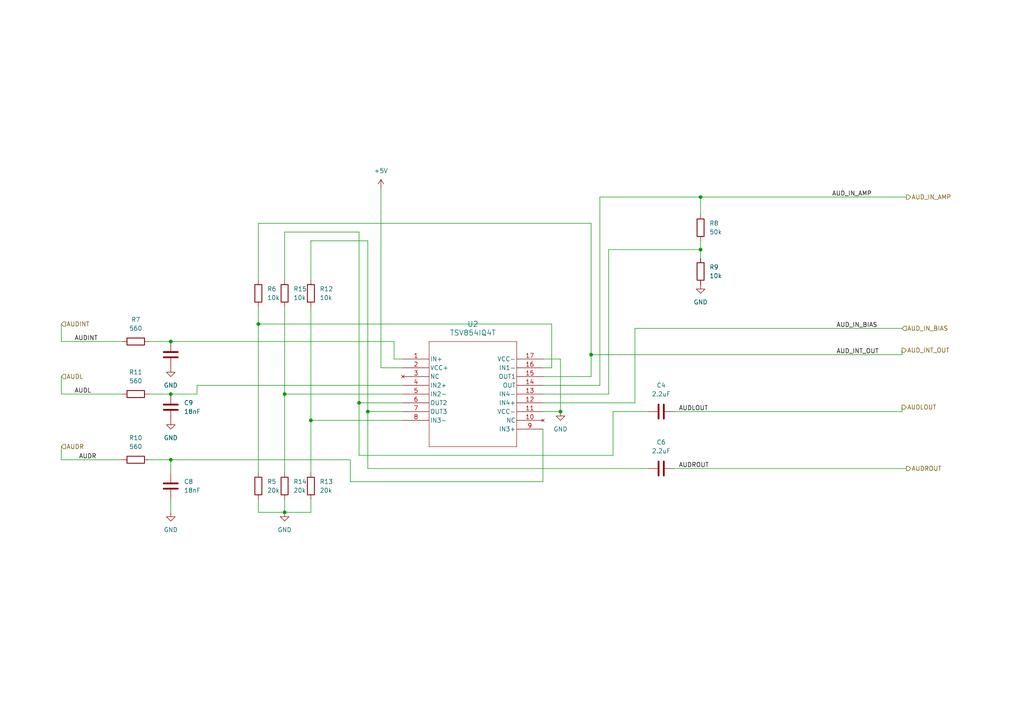
<source format=kicad_sch>
(kicad_sch
	(version 20250114)
	(generator "eeschema")
	(generator_version "9.0")
	(uuid "0d9d09b5-90ba-4c19-8042-ba33067acef6")
	(paper "A4")
	(lib_symbols
		(symbol "Device:C"
			(pin_numbers
				(hide yes)
			)
			(pin_names
				(offset 0.254)
			)
			(exclude_from_sim no)
			(in_bom yes)
			(on_board yes)
			(property "Reference" "C"
				(at 0.635 2.54 0)
				(effects
					(font
						(size 1.27 1.27)
					)
					(justify left)
				)
			)
			(property "Value" "C"
				(at 0.635 -2.54 0)
				(effects
					(font
						(size 1.27 1.27)
					)
					(justify left)
				)
			)
			(property "Footprint" ""
				(at 0.9652 -3.81 0)
				(effects
					(font
						(size 1.27 1.27)
					)
					(hide yes)
				)
			)
			(property "Datasheet" "~"
				(at 0 0 0)
				(effects
					(font
						(size 1.27 1.27)
					)
					(hide yes)
				)
			)
			(property "Description" "Unpolarized capacitor"
				(at 0 0 0)
				(effects
					(font
						(size 1.27 1.27)
					)
					(hide yes)
				)
			)
			(property "ki_keywords" "cap capacitor"
				(at 0 0 0)
				(effects
					(font
						(size 1.27 1.27)
					)
					(hide yes)
				)
			)
			(property "ki_fp_filters" "C_*"
				(at 0 0 0)
				(effects
					(font
						(size 1.27 1.27)
					)
					(hide yes)
				)
			)
			(symbol "C_0_1"
				(polyline
					(pts
						(xy -2.032 0.762) (xy 2.032 0.762)
					)
					(stroke
						(width 0.508)
						(type default)
					)
					(fill
						(type none)
					)
				)
				(polyline
					(pts
						(xy -2.032 -0.762) (xy 2.032 -0.762)
					)
					(stroke
						(width 0.508)
						(type default)
					)
					(fill
						(type none)
					)
				)
			)
			(symbol "C_1_1"
				(pin passive line
					(at 0 3.81 270)
					(length 2.794)
					(name "~"
						(effects
							(font
								(size 1.27 1.27)
							)
						)
					)
					(number "1"
						(effects
							(font
								(size 1.27 1.27)
							)
						)
					)
				)
				(pin passive line
					(at 0 -3.81 90)
					(length 2.794)
					(name "~"
						(effects
							(font
								(size 1.27 1.27)
							)
						)
					)
					(number "2"
						(effects
							(font
								(size 1.27 1.27)
							)
						)
					)
				)
			)
			(embedded_fonts no)
		)
		(symbol "Device:R"
			(pin_numbers
				(hide yes)
			)
			(pin_names
				(offset 0)
			)
			(exclude_from_sim no)
			(in_bom yes)
			(on_board yes)
			(property "Reference" "R"
				(at 2.032 0 90)
				(effects
					(font
						(size 1.27 1.27)
					)
				)
			)
			(property "Value" "R"
				(at 0 0 90)
				(effects
					(font
						(size 1.27 1.27)
					)
				)
			)
			(property "Footprint" ""
				(at -1.778 0 90)
				(effects
					(font
						(size 1.27 1.27)
					)
					(hide yes)
				)
			)
			(property "Datasheet" "~"
				(at 0 0 0)
				(effects
					(font
						(size 1.27 1.27)
					)
					(hide yes)
				)
			)
			(property "Description" "Resistor"
				(at 0 0 0)
				(effects
					(font
						(size 1.27 1.27)
					)
					(hide yes)
				)
			)
			(property "ki_keywords" "R res resistor"
				(at 0 0 0)
				(effects
					(font
						(size 1.27 1.27)
					)
					(hide yes)
				)
			)
			(property "ki_fp_filters" "R_*"
				(at 0 0 0)
				(effects
					(font
						(size 1.27 1.27)
					)
					(hide yes)
				)
			)
			(symbol "R_0_1"
				(rectangle
					(start -1.016 -2.54)
					(end 1.016 2.54)
					(stroke
						(width 0.254)
						(type default)
					)
					(fill
						(type none)
					)
				)
			)
			(symbol "R_1_1"
				(pin passive line
					(at 0 3.81 270)
					(length 1.27)
					(name "~"
						(effects
							(font
								(size 1.27 1.27)
							)
						)
					)
					(number "1"
						(effects
							(font
								(size 1.27 1.27)
							)
						)
					)
				)
				(pin passive line
					(at 0 -3.81 90)
					(length 1.27)
					(name "~"
						(effects
							(font
								(size 1.27 1.27)
							)
						)
					)
					(number "2"
						(effects
							(font
								(size 1.27 1.27)
							)
						)
					)
				)
			)
			(embedded_fonts no)
		)
		(symbol "power:+5V"
			(power)
			(pin_numbers
				(hide yes)
			)
			(pin_names
				(offset 0)
				(hide yes)
			)
			(exclude_from_sim no)
			(in_bom yes)
			(on_board yes)
			(property "Reference" "#PWR"
				(at 0 -3.81 0)
				(effects
					(font
						(size 1.27 1.27)
					)
					(hide yes)
				)
			)
			(property "Value" "+5V"
				(at 0 3.556 0)
				(effects
					(font
						(size 1.27 1.27)
					)
				)
			)
			(property "Footprint" ""
				(at 0 0 0)
				(effects
					(font
						(size 1.27 1.27)
					)
					(hide yes)
				)
			)
			(property "Datasheet" ""
				(at 0 0 0)
				(effects
					(font
						(size 1.27 1.27)
					)
					(hide yes)
				)
			)
			(property "Description" "Power symbol creates a global label with name \"+5V\""
				(at 0 0 0)
				(effects
					(font
						(size 1.27 1.27)
					)
					(hide yes)
				)
			)
			(property "ki_keywords" "global power"
				(at 0 0 0)
				(effects
					(font
						(size 1.27 1.27)
					)
					(hide yes)
				)
			)
			(symbol "+5V_0_1"
				(polyline
					(pts
						(xy -0.762 1.27) (xy 0 2.54)
					)
					(stroke
						(width 0)
						(type default)
					)
					(fill
						(type none)
					)
				)
				(polyline
					(pts
						(xy 0 2.54) (xy 0.762 1.27)
					)
					(stroke
						(width 0)
						(type default)
					)
					(fill
						(type none)
					)
				)
				(polyline
					(pts
						(xy 0 0) (xy 0 2.54)
					)
					(stroke
						(width 0)
						(type default)
					)
					(fill
						(type none)
					)
				)
			)
			(symbol "+5V_1_1"
				(pin power_in line
					(at 0 0 90)
					(length 0)
					(name "~"
						(effects
							(font
								(size 1.27 1.27)
							)
						)
					)
					(number "1"
						(effects
							(font
								(size 1.27 1.27)
							)
						)
					)
				)
			)
			(embedded_fonts no)
		)
		(symbol "power:GND"
			(power)
			(pin_numbers
				(hide yes)
			)
			(pin_names
				(offset 0)
				(hide yes)
			)
			(exclude_from_sim no)
			(in_bom yes)
			(on_board yes)
			(property "Reference" "#PWR"
				(at 0 -6.35 0)
				(effects
					(font
						(size 1.27 1.27)
					)
					(hide yes)
				)
			)
			(property "Value" "GND"
				(at 0 -3.81 0)
				(effects
					(font
						(size 1.27 1.27)
					)
				)
			)
			(property "Footprint" ""
				(at 0 0 0)
				(effects
					(font
						(size 1.27 1.27)
					)
					(hide yes)
				)
			)
			(property "Datasheet" ""
				(at 0 0 0)
				(effects
					(font
						(size 1.27 1.27)
					)
					(hide yes)
				)
			)
			(property "Description" "Power symbol creates a global label with name \"GND\" , ground"
				(at 0 0 0)
				(effects
					(font
						(size 1.27 1.27)
					)
					(hide yes)
				)
			)
			(property "ki_keywords" "global power"
				(at 0 0 0)
				(effects
					(font
						(size 1.27 1.27)
					)
					(hide yes)
				)
			)
			(symbol "GND_0_1"
				(polyline
					(pts
						(xy 0 0) (xy 0 -1.27) (xy 1.27 -1.27) (xy 0 -2.54) (xy -1.27 -1.27) (xy 0 -1.27)
					)
					(stroke
						(width 0)
						(type default)
					)
					(fill
						(type none)
					)
				)
			)
			(symbol "GND_1_1"
				(pin power_in line
					(at 0 0 270)
					(length 0)
					(name "~"
						(effects
							(font
								(size 1.27 1.27)
							)
						)
					)
					(number "1"
						(effects
							(font
								(size 1.27 1.27)
							)
						)
					)
				)
			)
			(embedded_fonts no)
		)
		(symbol "tsv854:TSV854IQ4T"
			(pin_names
				(offset 0.254)
			)
			(exclude_from_sim no)
			(in_bom yes)
			(on_board yes)
			(property "Reference" "U"
				(at 20.32 10.16 0)
				(effects
					(font
						(size 1.524 1.524)
					)
				)
			)
			(property "Value" "TSV854IQ4T"
				(at 20.32 7.62 0)
				(effects
					(font
						(size 1.524 1.524)
					)
				)
			)
			(property "Footprint" "QFN16_3X3_STM"
				(at 0 0 0)
				(effects
					(font
						(size 1.27 1.27)
						(italic yes)
					)
					(hide yes)
				)
			)
			(property "Datasheet" "TSV854IQ4T"
				(at 0 0 0)
				(effects
					(font
						(size 1.27 1.27)
						(italic yes)
					)
					(hide yes)
				)
			)
			(property "Description" ""
				(at 0 0 0)
				(effects
					(font
						(size 1.27 1.27)
					)
					(hide yes)
				)
			)
			(property "ki_locked" ""
				(at 0 0 0)
				(effects
					(font
						(size 1.27 1.27)
					)
				)
			)
			(property "ki_keywords" "TSV854IQ4T"
				(at 0 0 0)
				(effects
					(font
						(size 1.27 1.27)
					)
					(hide yes)
				)
			)
			(property "ki_fp_filters" "QFN16_3X3_STM QFN16_3X3_STM-M QFN16_3X3_STM-L"
				(at 0 0 0)
				(effects
					(font
						(size 1.27 1.27)
					)
					(hide yes)
				)
			)
			(symbol "TSV854IQ4T_0_1"
				(polyline
					(pts
						(xy 7.62 5.08) (xy 7.62 -25.4)
					)
					(stroke
						(width 0.127)
						(type default)
					)
					(fill
						(type none)
					)
				)
				(polyline
					(pts
						(xy 7.62 -25.4) (xy 33.02 -25.4)
					)
					(stroke
						(width 0.127)
						(type default)
					)
					(fill
						(type none)
					)
				)
				(polyline
					(pts
						(xy 33.02 5.08) (xy 7.62 5.08)
					)
					(stroke
						(width 0.127)
						(type default)
					)
					(fill
						(type none)
					)
				)
				(polyline
					(pts
						(xy 33.02 -25.4) (xy 33.02 5.08)
					)
					(stroke
						(width 0.127)
						(type default)
					)
					(fill
						(type none)
					)
				)
				(pin input line
					(at 0 0 0)
					(length 7.62)
					(name "IN+"
						(effects
							(font
								(size 1.27 1.27)
							)
						)
					)
					(number "1"
						(effects
							(font
								(size 1.27 1.27)
							)
						)
					)
				)
				(pin power_in line
					(at 0 -2.54 0)
					(length 7.62)
					(name "VCC+"
						(effects
							(font
								(size 1.27 1.27)
							)
						)
					)
					(number "2"
						(effects
							(font
								(size 1.27 1.27)
							)
						)
					)
				)
				(pin no_connect line
					(at 0 -5.08 0)
					(length 7.62)
					(name "NC"
						(effects
							(font
								(size 1.27 1.27)
							)
						)
					)
					(number "3"
						(effects
							(font
								(size 1.27 1.27)
							)
						)
					)
				)
				(pin input line
					(at 0 -7.62 0)
					(length 7.62)
					(name "IN2+"
						(effects
							(font
								(size 1.27 1.27)
							)
						)
					)
					(number "4"
						(effects
							(font
								(size 1.27 1.27)
							)
						)
					)
				)
				(pin input line
					(at 0 -10.16 0)
					(length 7.62)
					(name "IN2-"
						(effects
							(font
								(size 1.27 1.27)
							)
						)
					)
					(number "5"
						(effects
							(font
								(size 1.27 1.27)
							)
						)
					)
				)
				(pin output line
					(at 0 -12.7 0)
					(length 7.62)
					(name "OUT2"
						(effects
							(font
								(size 1.27 1.27)
							)
						)
					)
					(number "6"
						(effects
							(font
								(size 1.27 1.27)
							)
						)
					)
				)
				(pin output line
					(at 0 -15.24 0)
					(length 7.62)
					(name "OUT3"
						(effects
							(font
								(size 1.27 1.27)
							)
						)
					)
					(number "7"
						(effects
							(font
								(size 1.27 1.27)
							)
						)
					)
				)
				(pin input line
					(at 0 -17.78 0)
					(length 7.62)
					(name "IN3-"
						(effects
							(font
								(size 1.27 1.27)
							)
						)
					)
					(number "8"
						(effects
							(font
								(size 1.27 1.27)
							)
						)
					)
				)
				(pin power_in line
					(at 40.64 0 180)
					(length 7.62)
					(name "VCC-"
						(effects
							(font
								(size 1.27 1.27)
							)
						)
					)
					(number "17"
						(effects
							(font
								(size 1.27 1.27)
							)
						)
					)
				)
				(pin input line
					(at 40.64 -2.54 180)
					(length 7.62)
					(name "IN1-"
						(effects
							(font
								(size 1.27 1.27)
							)
						)
					)
					(number "16"
						(effects
							(font
								(size 1.27 1.27)
							)
						)
					)
				)
				(pin output line
					(at 40.64 -5.08 180)
					(length 7.62)
					(name "OUT1"
						(effects
							(font
								(size 1.27 1.27)
							)
						)
					)
					(number "15"
						(effects
							(font
								(size 1.27 1.27)
							)
						)
					)
				)
				(pin output line
					(at 40.64 -7.62 180)
					(length 7.62)
					(name "OUT"
						(effects
							(font
								(size 1.27 1.27)
							)
						)
					)
					(number "14"
						(effects
							(font
								(size 1.27 1.27)
							)
						)
					)
				)
				(pin input line
					(at 40.64 -10.16 180)
					(length 7.62)
					(name "IN4-"
						(effects
							(font
								(size 1.27 1.27)
							)
						)
					)
					(number "13"
						(effects
							(font
								(size 1.27 1.27)
							)
						)
					)
				)
				(pin input line
					(at 40.64 -12.7 180)
					(length 7.62)
					(name "IN4+"
						(effects
							(font
								(size 1.27 1.27)
							)
						)
					)
					(number "12"
						(effects
							(font
								(size 1.27 1.27)
							)
						)
					)
				)
				(pin power_in line
					(at 40.64 -15.24 180)
					(length 7.62)
					(name "VCC-"
						(effects
							(font
								(size 1.27 1.27)
							)
						)
					)
					(number "11"
						(effects
							(font
								(size 1.27 1.27)
							)
						)
					)
				)
				(pin no_connect line
					(at 40.64 -17.78 180)
					(length 7.62)
					(name "NC"
						(effects
							(font
								(size 1.27 1.27)
							)
						)
					)
					(number "10"
						(effects
							(font
								(size 1.27 1.27)
							)
						)
					)
				)
				(pin input line
					(at 40.64 -20.32 180)
					(length 7.62)
					(name "IN3+"
						(effects
							(font
								(size 1.27 1.27)
							)
						)
					)
					(number "9"
						(effects
							(font
								(size 1.27 1.27)
							)
						)
					)
				)
			)
			(embedded_fonts no)
		)
	)
	(junction
		(at 104.14 116.84)
		(diameter 0)
		(color 0 0 0 0)
		(uuid "2ffee229-b72a-4ba7-8b01-af9ca16bc921")
	)
	(junction
		(at 203.2 72.39)
		(diameter 0)
		(color 0 0 0 0)
		(uuid "37578e09-3225-4dc3-b3f4-e563b3ed4488")
	)
	(junction
		(at 90.17 121.92)
		(diameter 0)
		(color 0 0 0 0)
		(uuid "49cb0b6f-5c76-4a29-b25f-eb6ff014cf96")
	)
	(junction
		(at 49.53 133.35)
		(diameter 0)
		(color 0 0 0 0)
		(uuid "6d3fd435-4cae-482d-9ced-70aa5794d7e8")
	)
	(junction
		(at 203.2 57.15)
		(diameter 0)
		(color 0 0 0 0)
		(uuid "7dc97c82-b5d3-4bb8-971c-250eec6dc043")
	)
	(junction
		(at 82.55 148.59)
		(diameter 0)
		(color 0 0 0 0)
		(uuid "8816735e-3775-41f5-845d-01af961798cf")
	)
	(junction
		(at 49.53 99.06)
		(diameter 0)
		(color 0 0 0 0)
		(uuid "91ab528f-a75f-4311-a7e7-31f8bc72cab0")
	)
	(junction
		(at 171.45 102.87)
		(diameter 0)
		(color 0 0 0 0)
		(uuid "d2e92a07-fe40-438f-b358-ee6add87b48e")
	)
	(junction
		(at 74.93 93.98)
		(diameter 0)
		(color 0 0 0 0)
		(uuid "d3d8af00-d6d3-4437-a8e7-73b84939e090")
	)
	(junction
		(at 49.53 114.3)
		(diameter 0)
		(color 0 0 0 0)
		(uuid "d4871015-7b02-430b-883f-56fff6e17c3e")
	)
	(junction
		(at 162.56 119.38)
		(diameter 0)
		(color 0 0 0 0)
		(uuid "dd5acc39-1aac-4ddc-bd00-29eae6cc968e")
	)
	(junction
		(at 106.68 119.38)
		(diameter 0)
		(color 0 0 0 0)
		(uuid "e6661e37-932a-42ea-b70a-f111d856d481")
	)
	(junction
		(at 82.55 114.3)
		(diameter 0)
		(color 0 0 0 0)
		(uuid "ffd66eda-62cc-4287-ba40-ae65838a106a")
	)
	(wire
		(pts
			(xy 171.45 102.87) (xy 171.45 64.77)
		)
		(stroke
			(width 0)
			(type default)
		)
		(uuid "01a5abd4-59cb-4e57-ab9d-a93201d5ed68")
	)
	(wire
		(pts
			(xy 157.48 109.22) (xy 171.45 109.22)
		)
		(stroke
			(width 0)
			(type default)
		)
		(uuid "0364514e-3d3e-4584-92d0-2c47935efece")
	)
	(wire
		(pts
			(xy 17.78 93.98) (xy 17.78 99.06)
		)
		(stroke
			(width 0)
			(type default)
		)
		(uuid "03a22117-a2b8-4425-8c09-993bfbf4da9b")
	)
	(wire
		(pts
			(xy 114.3 104.14) (xy 114.3 99.06)
		)
		(stroke
			(width 0)
			(type default)
		)
		(uuid "04aba188-583b-4ced-963a-126b19a9530f")
	)
	(wire
		(pts
			(xy 49.53 144.78) (xy 49.53 148.59)
		)
		(stroke
			(width 0)
			(type default)
		)
		(uuid "04c2677a-1c96-40a3-bb94-c28b94480a73")
	)
	(wire
		(pts
			(xy 160.02 93.98) (xy 74.93 93.98)
		)
		(stroke
			(width 0)
			(type default)
		)
		(uuid "057e5d30-a5f2-462c-8661-656f872c96e2")
	)
	(wire
		(pts
			(xy 157.48 119.38) (xy 162.56 119.38)
		)
		(stroke
			(width 0)
			(type default)
		)
		(uuid "058b1392-155f-48ad-979c-165430dd1cc9")
	)
	(wire
		(pts
			(xy 177.8 119.38) (xy 187.96 119.38)
		)
		(stroke
			(width 0)
			(type default)
		)
		(uuid "0801dab3-8fed-4906-a5e6-68d76e7afbb1")
	)
	(wire
		(pts
			(xy 116.84 106.68) (xy 110.49 106.68)
		)
		(stroke
			(width 0)
			(type default)
		)
		(uuid "086b7d16-b96b-47fe-ad90-11abd02c3637")
	)
	(wire
		(pts
			(xy 110.49 54.61) (xy 110.49 106.68)
		)
		(stroke
			(width 0)
			(type default)
		)
		(uuid "1092aa7e-1f04-425c-8e09-a70c12675fd9")
	)
	(wire
		(pts
			(xy 106.68 69.85) (xy 90.17 69.85)
		)
		(stroke
			(width 0)
			(type default)
		)
		(uuid "19d5803e-32b5-47cd-adf8-a2fcdafdf73b")
	)
	(wire
		(pts
			(xy 157.48 124.46) (xy 157.48 139.7)
		)
		(stroke
			(width 0)
			(type default)
		)
		(uuid "19f11729-9ba2-47c5-a7c9-b669b4b70fd7")
	)
	(wire
		(pts
			(xy 261.62 119.38) (xy 261.62 118.11)
		)
		(stroke
			(width 0)
			(type default)
		)
		(uuid "1c862562-2132-425a-ab75-c6d5f62120e4")
	)
	(wire
		(pts
			(xy 173.99 57.15) (xy 173.99 111.76)
		)
		(stroke
			(width 0)
			(type default)
		)
		(uuid "24251544-4b83-400f-aea0-60fb323bbbc5")
	)
	(wire
		(pts
			(xy 176.53 72.39) (xy 176.53 114.3)
		)
		(stroke
			(width 0)
			(type default)
		)
		(uuid "26392363-0227-4473-96c6-d50abb9b42da")
	)
	(wire
		(pts
			(xy 104.14 67.31) (xy 104.14 116.84)
		)
		(stroke
			(width 0)
			(type default)
		)
		(uuid "267ac94d-2527-44a2-a2d8-ebfa150c8627")
	)
	(wire
		(pts
			(xy 74.93 93.98) (xy 74.93 137.16)
		)
		(stroke
			(width 0)
			(type default)
		)
		(uuid "26ce84dc-8e8a-4a5a-af26-0a3b95352067")
	)
	(wire
		(pts
			(xy 43.18 133.35) (xy 49.53 133.35)
		)
		(stroke
			(width 0)
			(type default)
		)
		(uuid "27022f00-f07f-40e0-aaf7-94763a8c8fc6")
	)
	(wire
		(pts
			(xy 104.14 116.84) (xy 104.14 132.08)
		)
		(stroke
			(width 0)
			(type default)
		)
		(uuid "2a661bbd-7da7-4cba-b8fd-38fcad70217b")
	)
	(wire
		(pts
			(xy 82.55 114.3) (xy 116.84 114.3)
		)
		(stroke
			(width 0)
			(type default)
		)
		(uuid "2c4d6bd0-c3ec-44ca-9011-32ae62413621")
	)
	(wire
		(pts
			(xy 43.18 114.3) (xy 49.53 114.3)
		)
		(stroke
			(width 0)
			(type default)
		)
		(uuid "2f3294ad-7aa3-4c11-9b9b-8a117bd89e8a")
	)
	(wire
		(pts
			(xy 157.48 114.3) (xy 176.53 114.3)
		)
		(stroke
			(width 0)
			(type default)
		)
		(uuid "31c99a96-17d9-4cdd-a9a4-d1169dc47760")
	)
	(wire
		(pts
			(xy 171.45 102.87) (xy 261.62 102.87)
		)
		(stroke
			(width 0)
			(type default)
		)
		(uuid "35a0aa94-12a2-4e72-8524-9dd134f96356")
	)
	(wire
		(pts
			(xy 74.93 144.78) (xy 74.93 148.59)
		)
		(stroke
			(width 0)
			(type default)
		)
		(uuid "3677360b-b8b0-4947-875f-a0143a0ae3fb")
	)
	(wire
		(pts
			(xy 82.55 148.59) (xy 90.17 148.59)
		)
		(stroke
			(width 0)
			(type default)
		)
		(uuid "3b843b7f-1a2f-4465-bdc9-91d87cff901e")
	)
	(wire
		(pts
			(xy 101.6 133.35) (xy 101.6 139.7)
		)
		(stroke
			(width 0)
			(type default)
		)
		(uuid "3d1344c7-2672-4c77-98a7-9275753c528d")
	)
	(wire
		(pts
			(xy 74.93 148.59) (xy 82.55 148.59)
		)
		(stroke
			(width 0)
			(type default)
		)
		(uuid "3d8cbd8f-1ead-4f68-a267-f1b354b6c9b1")
	)
	(wire
		(pts
			(xy 157.48 116.84) (xy 184.15 116.84)
		)
		(stroke
			(width 0)
			(type default)
		)
		(uuid "4186ced8-0169-40da-8a85-85131ed9d2a7")
	)
	(wire
		(pts
			(xy 203.2 57.15) (xy 262.89 57.15)
		)
		(stroke
			(width 0)
			(type default)
		)
		(uuid "48c6be75-5f09-438d-ae1a-fddbb96640ab")
	)
	(wire
		(pts
			(xy 101.6 139.7) (xy 157.48 139.7)
		)
		(stroke
			(width 0)
			(type default)
		)
		(uuid "49031cfd-90d5-4a2d-a6b3-3b6692700f27")
	)
	(wire
		(pts
			(xy 203.2 69.85) (xy 203.2 72.39)
		)
		(stroke
			(width 0)
			(type default)
		)
		(uuid "4d40a315-6dcc-473c-87e2-41f2ee42b05d")
	)
	(wire
		(pts
			(xy 157.48 111.76) (xy 173.99 111.76)
		)
		(stroke
			(width 0)
			(type default)
		)
		(uuid "4d9f81e3-4044-422c-9c71-bae3aa5289aa")
	)
	(wire
		(pts
			(xy 106.68 69.85) (xy 106.68 119.38)
		)
		(stroke
			(width 0)
			(type default)
		)
		(uuid "505a232f-6eb0-4782-baa9-377ce8339593")
	)
	(wire
		(pts
			(xy 162.56 104.14) (xy 162.56 119.38)
		)
		(stroke
			(width 0)
			(type default)
		)
		(uuid "54578d1b-c5cc-4cab-a6ad-e7fd39812aa3")
	)
	(wire
		(pts
			(xy 17.78 109.22) (xy 17.78 114.3)
		)
		(stroke
			(width 0)
			(type default)
		)
		(uuid "54f33f8a-7fb6-494d-97e0-b5bdb917a43d")
	)
	(wire
		(pts
			(xy 114.3 99.06) (xy 49.53 99.06)
		)
		(stroke
			(width 0)
			(type default)
		)
		(uuid "59254078-801c-4b19-a81c-23a85b7803d0")
	)
	(wire
		(pts
			(xy 184.15 116.84) (xy 184.15 95.25)
		)
		(stroke
			(width 0)
			(type default)
		)
		(uuid "5994283f-4cb5-46a2-8386-10cbf0c17f2f")
	)
	(wire
		(pts
			(xy 203.2 72.39) (xy 176.53 72.39)
		)
		(stroke
			(width 0)
			(type default)
		)
		(uuid "5b606f9e-0b72-445f-913a-d62be367166c")
	)
	(wire
		(pts
			(xy 173.99 57.15) (xy 203.2 57.15)
		)
		(stroke
			(width 0)
			(type default)
		)
		(uuid "610dcab2-e5b5-4bbc-80aa-704ba549d9ca")
	)
	(wire
		(pts
			(xy 116.84 104.14) (xy 114.3 104.14)
		)
		(stroke
			(width 0)
			(type default)
		)
		(uuid "6813a785-cf90-4800-89ce-6e59776b84b4")
	)
	(wire
		(pts
			(xy 104.14 67.31) (xy 82.55 67.31)
		)
		(stroke
			(width 0)
			(type default)
		)
		(uuid "696ce7a2-a7ae-42c0-9466-ef662ff4f942")
	)
	(wire
		(pts
			(xy 184.15 95.25) (xy 261.62 95.25)
		)
		(stroke
			(width 0)
			(type default)
		)
		(uuid "6dbf762f-8310-4208-b770-7fbe8778cd97")
	)
	(wire
		(pts
			(xy 195.58 119.38) (xy 261.62 119.38)
		)
		(stroke
			(width 0)
			(type default)
		)
		(uuid "75f6ab37-77b6-43db-a9ad-da897b6ce437")
	)
	(wire
		(pts
			(xy 49.53 114.3) (xy 57.15 114.3)
		)
		(stroke
			(width 0)
			(type default)
		)
		(uuid "7a748406-e8c2-4f27-8282-baef1326aad4")
	)
	(wire
		(pts
			(xy 82.55 88.9) (xy 82.55 114.3)
		)
		(stroke
			(width 0)
			(type default)
		)
		(uuid "7f4286b0-4470-46c3-9035-ba8dab79622b")
	)
	(wire
		(pts
			(xy 82.55 114.3) (xy 82.55 137.16)
		)
		(stroke
			(width 0)
			(type default)
		)
		(uuid "88f3efba-b390-47d1-9f80-191d9d95591a")
	)
	(wire
		(pts
			(xy 203.2 72.39) (xy 203.2 74.93)
		)
		(stroke
			(width 0)
			(type default)
		)
		(uuid "891e9950-173a-43dc-8646-d56a40b8923d")
	)
	(wire
		(pts
			(xy 171.45 109.22) (xy 171.45 102.87)
		)
		(stroke
			(width 0)
			(type default)
		)
		(uuid "8c593ca7-6b96-4994-830f-280293f91fef")
	)
	(wire
		(pts
			(xy 49.53 133.35) (xy 101.6 133.35)
		)
		(stroke
			(width 0)
			(type default)
		)
		(uuid "9e1c678a-7ef8-4658-beba-876d37a2b9f6")
	)
	(wire
		(pts
			(xy 195.58 135.89) (xy 262.89 135.89)
		)
		(stroke
			(width 0)
			(type default)
		)
		(uuid "a74edcd1-5737-46e3-b65b-360b587c0c78")
	)
	(wire
		(pts
			(xy 157.48 106.68) (xy 160.02 106.68)
		)
		(stroke
			(width 0)
			(type default)
		)
		(uuid "ae2a7e57-8f5e-44fb-bdc9-355c4518274c")
	)
	(wire
		(pts
			(xy 104.14 132.08) (xy 177.8 132.08)
		)
		(stroke
			(width 0)
			(type default)
		)
		(uuid "af884401-43e9-4848-a124-79506495556d")
	)
	(wire
		(pts
			(xy 43.18 99.06) (xy 49.53 99.06)
		)
		(stroke
			(width 0)
			(type default)
		)
		(uuid "afb3cf30-190c-42b7-bbf4-4f683d94be50")
	)
	(wire
		(pts
			(xy 17.78 114.3) (xy 35.56 114.3)
		)
		(stroke
			(width 0)
			(type default)
		)
		(uuid "b11d20c9-cdc9-4e1b-a18b-4c8830209bd0")
	)
	(wire
		(pts
			(xy 49.53 133.35) (xy 49.53 137.16)
		)
		(stroke
			(width 0)
			(type default)
		)
		(uuid "b2a3107d-861d-4807-9aee-bcff627dac5a")
	)
	(wire
		(pts
			(xy 106.68 119.38) (xy 106.68 135.89)
		)
		(stroke
			(width 0)
			(type default)
		)
		(uuid "b5c7c26e-53a7-4439-9c4a-d9bdeab05c04")
	)
	(wire
		(pts
			(xy 90.17 121.92) (xy 116.84 121.92)
		)
		(stroke
			(width 0)
			(type default)
		)
		(uuid "bb31a15c-67c9-4199-b556-11e9cb69bb1d")
	)
	(wire
		(pts
			(xy 82.55 144.78) (xy 82.55 148.59)
		)
		(stroke
			(width 0)
			(type default)
		)
		(uuid "bd7369a0-c353-40d5-8c95-e02cd3b8a853")
	)
	(wire
		(pts
			(xy 57.15 114.3) (xy 57.15 111.76)
		)
		(stroke
			(width 0)
			(type default)
		)
		(uuid "bfe763bf-9e82-433f-ab8c-5a325f87f495")
	)
	(wire
		(pts
			(xy 177.8 132.08) (xy 177.8 119.38)
		)
		(stroke
			(width 0)
			(type default)
		)
		(uuid "c2cc01bc-3b36-4e56-9ff5-777586f58f08")
	)
	(wire
		(pts
			(xy 90.17 121.92) (xy 90.17 137.16)
		)
		(stroke
			(width 0)
			(type default)
		)
		(uuid "c52ea524-372a-448a-92fa-5e839d7e2a3f")
	)
	(wire
		(pts
			(xy 90.17 88.9) (xy 90.17 121.92)
		)
		(stroke
			(width 0)
			(type default)
		)
		(uuid "c7ccbfa0-8022-445b-abdb-1c053f6bf047")
	)
	(wire
		(pts
			(xy 106.68 135.89) (xy 187.96 135.89)
		)
		(stroke
			(width 0)
			(type default)
		)
		(uuid "cbf6046f-5828-4210-86cc-21a68bf92045")
	)
	(wire
		(pts
			(xy 160.02 93.98) (xy 160.02 106.68)
		)
		(stroke
			(width 0)
			(type default)
		)
		(uuid "cd39e44e-329f-4502-a1ec-e10be0cdb6fb")
	)
	(wire
		(pts
			(xy 203.2 57.15) (xy 203.2 62.23)
		)
		(stroke
			(width 0)
			(type default)
		)
		(uuid "cd979289-c168-485b-b7cc-4873d7dd62d3")
	)
	(wire
		(pts
			(xy 104.14 116.84) (xy 116.84 116.84)
		)
		(stroke
			(width 0)
			(type default)
		)
		(uuid "cea47535-9bc7-4580-b6e9-b2f97b60e950")
	)
	(wire
		(pts
			(xy 17.78 133.35) (xy 35.56 133.35)
		)
		(stroke
			(width 0)
			(type default)
		)
		(uuid "cf902067-d1f0-4a94-af27-44c863ec3fec")
	)
	(wire
		(pts
			(xy 116.84 119.38) (xy 106.68 119.38)
		)
		(stroke
			(width 0)
			(type default)
		)
		(uuid "cfd80ce3-a18c-47ca-b550-2430b7aa8dd5")
	)
	(wire
		(pts
			(xy 82.55 67.31) (xy 82.55 81.28)
		)
		(stroke
			(width 0)
			(type default)
		)
		(uuid "d325fcde-aa18-4907-a3f5-f31e1552e4e7")
	)
	(wire
		(pts
			(xy 171.45 64.77) (xy 74.93 64.77)
		)
		(stroke
			(width 0)
			(type default)
		)
		(uuid "d89f6494-350c-464e-8d21-f3616a96f7f1")
	)
	(wire
		(pts
			(xy 261.62 102.87) (xy 261.62 101.6)
		)
		(stroke
			(width 0)
			(type default)
		)
		(uuid "dc386098-1069-4fcb-b211-1f3f9c02a902")
	)
	(wire
		(pts
			(xy 17.78 99.06) (xy 35.56 99.06)
		)
		(stroke
			(width 0)
			(type default)
		)
		(uuid "e03dca6a-88fe-4f4c-887c-5227942d3158")
	)
	(wire
		(pts
			(xy 57.15 111.76) (xy 116.84 111.76)
		)
		(stroke
			(width 0)
			(type default)
		)
		(uuid "e5f0f6f7-699f-4591-bfde-caccf2d15a94")
	)
	(wire
		(pts
			(xy 90.17 144.78) (xy 90.17 148.59)
		)
		(stroke
			(width 0)
			(type default)
		)
		(uuid "e8d19410-f763-473c-986f-21f26bc90874")
	)
	(wire
		(pts
			(xy 90.17 69.85) (xy 90.17 81.28)
		)
		(stroke
			(width 0)
			(type default)
		)
		(uuid "f4902964-0b7d-4596-99bc-3e36937dfa5d")
	)
	(wire
		(pts
			(xy 17.78 129.54) (xy 17.78 133.35)
		)
		(stroke
			(width 0)
			(type default)
		)
		(uuid "f72747a6-b4d8-431b-93d5-796eaec1919a")
	)
	(wire
		(pts
			(xy 157.48 104.14) (xy 162.56 104.14)
		)
		(stroke
			(width 0)
			(type default)
		)
		(uuid "f9152313-b269-42ff-bb74-5a4fe3e09d60")
	)
	(wire
		(pts
			(xy 74.93 64.77) (xy 74.93 81.28)
		)
		(stroke
			(width 0)
			(type default)
		)
		(uuid "fe24b9df-9c38-4753-966d-73527e99ee7b")
	)
	(wire
		(pts
			(xy 74.93 88.9) (xy 74.93 93.98)
		)
		(stroke
			(width 0)
			(type default)
		)
		(uuid "fea062ec-c9de-4cd9-af71-82c2c16d98ea")
	)
	(label "AUD_IN_AMP"
		(at 241.3 57.15 0)
		(effects
			(font
				(size 1.27 1.27)
			)
			(justify left bottom)
		)
		(uuid "0b1173b0-46b2-497a-84be-48de18019f3d")
	)
	(label "AUD_INT_OUT"
		(at 242.57 102.87 0)
		(effects
			(font
				(size 1.27 1.27)
			)
			(justify left bottom)
		)
		(uuid "0d37b8ce-306f-443c-9050-f03bb263ed67")
	)
	(label "AUD_IN_BIAS"
		(at 242.57 95.25 0)
		(effects
			(font
				(size 1.27 1.27)
			)
			(justify left bottom)
		)
		(uuid "26f67193-92de-4bcd-8c61-bcc6d21a8657")
	)
	(label "AUDINT"
		(at 21.59 99.06 0)
		(effects
			(font
				(size 1.27 1.27)
			)
			(justify left bottom)
		)
		(uuid "6653fa70-748c-4606-b84e-d343e318c4da")
	)
	(label "AUDR"
		(at 22.86 133.35 0)
		(effects
			(font
				(size 1.27 1.27)
			)
			(justify left bottom)
		)
		(uuid "6ec286e1-eefb-4e82-8758-52b192603449")
	)
	(label "AUDROUT"
		(at 196.85 135.89 0)
		(effects
			(font
				(size 1.27 1.27)
			)
			(justify left bottom)
		)
		(uuid "8b7f5fb9-ac3f-4416-8378-3603575e562b")
	)
	(label "AUDLOUT"
		(at 196.85 119.38 0)
		(effects
			(font
				(size 1.27 1.27)
			)
			(justify left bottom)
		)
		(uuid "95e30fbf-64b7-45dc-868f-6dbf57f30360")
	)
	(label "AUDL"
		(at 21.59 114.3 0)
		(effects
			(font
				(size 1.27 1.27)
			)
			(justify left bottom)
		)
		(uuid "d34f7952-54af-4bad-8855-d150237a7400")
	)
	(hierarchical_label "AUD_INT_OUT"
		(shape output)
		(at 261.62 101.6 0)
		(effects
			(font
				(size 1.27 1.27)
			)
			(justify left)
		)
		(uuid "08f13941-54e1-4749-8f73-e4446cf9793a")
	)
	(hierarchical_label "AUDL"
		(shape input)
		(at 17.78 109.22 0)
		(effects
			(font
				(size 1.27 1.27)
			)
			(justify left)
		)
		(uuid "13a2cd95-5740-41c1-a251-b0fed1cb326d")
	)
	(hierarchical_label "AUDROUT"
		(shape output)
		(at 262.89 135.89 0)
		(effects
			(font
				(size 1.27 1.27)
			)
			(justify left)
		)
		(uuid "21eb8ff0-0c86-4b08-af63-094035a85633")
	)
	(hierarchical_label "AUDR"
		(shape input)
		(at 17.78 129.54 0)
		(effects
			(font
				(size 1.27 1.27)
			)
			(justify left)
		)
		(uuid "409f5e6b-aa08-4812-8121-a0c3b05ac36d")
	)
	(hierarchical_label "AUD_IN_AMP"
		(shape output)
		(at 262.89 57.15 0)
		(effects
			(font
				(size 1.27 1.27)
			)
			(justify left)
		)
		(uuid "92d835ba-f8b2-48c3-8e16-322f0eea0762")
	)
	(hierarchical_label "AUD_IN_BIAS"
		(shape input)
		(at 261.62 95.25 0)
		(effects
			(font
				(size 1.27 1.27)
			)
			(justify left)
		)
		(uuid "b9d8ef20-9cab-4863-8bca-b9ca1d6749ed")
	)
	(hierarchical_label "AUDLOUT"
		(shape output)
		(at 261.62 118.11 0)
		(effects
			(font
				(size 1.27 1.27)
			)
			(justify left)
		)
		(uuid "d860db8e-0398-4160-89c2-fb4d6943d4e2")
	)
	(hierarchical_label "AUDINT"
		(shape input)
		(at 17.78 93.98 0)
		(effects
			(font
				(size 1.27 1.27)
			)
			(justify left)
		)
		(uuid "f6aa412d-efee-4126-8bc2-afdc71ad7adb")
	)
	(symbol
		(lib_id "Device:C")
		(at 49.53 102.87 0)
		(unit 1)
		(exclude_from_sim no)
		(in_bom yes)
		(on_board yes)
		(dnp no)
		(fields_autoplaced yes)
		(uuid "0d7769d6-22f7-4d9e-9c65-6dc69e3e666b")
		(property "Reference" "C5"
			(at 53.34 101.5999 0)
			(effects
				(font
					(size 1.27 1.27)
				)
				(justify left)
				(hide yes)
			)
		)
		(property "Value" "18nF"
			(at 53.34 104.1399 0)
			(effects
				(font
					(size 1.27 1.27)
				)
				(justify left)
				(hide yes)
			)
		)
		(property "Footprint" "Capacitor_SMD:C_0402_1005Metric"
			(at 50.4952 106.68 0)
			(effects
				(font
					(size 1.27 1.27)
				)
				(hide yes)
			)
		)
		(property "Datasheet" "~"
			(at 49.53 102.87 0)
			(effects
				(font
					(size 1.27 1.27)
				)
				(hide yes)
			)
		)
		(property "Description" "Unpolarized capacitor"
			(at 49.53 102.87 0)
			(effects
				(font
					(size 1.27 1.27)
				)
				(hide yes)
			)
		)
		(pin "1"
			(uuid "9caff73f-e188-47ff-90e1-4a4820896c5e")
		)
		(pin "2"
			(uuid "0d77c015-ce01-4db6-9d02-e8f9b41df8ef")
		)
		(instances
			(project ""
				(path "/f8f92944-710a-49a0-a698-f840e5f20e15/82ba8f9b-a44c-4965-afdf-636054a8ceef"
					(reference "C5")
					(unit 1)
				)
			)
		)
	)
	(symbol
		(lib_id "Device:C")
		(at 191.77 119.38 90)
		(unit 1)
		(exclude_from_sim no)
		(in_bom yes)
		(on_board yes)
		(dnp no)
		(fields_autoplaced yes)
		(uuid "17d98da9-3746-4535-a3ec-24efbc4e40a3")
		(property "Reference" "C4"
			(at 191.77 111.76 90)
			(effects
				(font
					(size 1.27 1.27)
				)
			)
		)
		(property "Value" "2.2uF"
			(at 191.77 114.3 90)
			(effects
				(font
					(size 1.27 1.27)
				)
			)
		)
		(property "Footprint" "Capacitor_SMD:C_0603_1608Metric"
			(at 195.58 118.4148 0)
			(effects
				(font
					(size 1.27 1.27)
				)
				(hide yes)
			)
		)
		(property "Datasheet" "~"
			(at 191.77 119.38 0)
			(effects
				(font
					(size 1.27 1.27)
				)
				(hide yes)
			)
		)
		(property "Description" "Unpolarized capacitor"
			(at 191.77 119.38 0)
			(effects
				(font
					(size 1.27 1.27)
				)
				(hide yes)
			)
		)
		(pin "1"
			(uuid "f238190b-ed4c-4303-86ac-3d96835f88dc")
		)
		(pin "2"
			(uuid "d8b73b6b-2176-4f6f-8086-4ad6e313cd31")
		)
		(instances
			(project ""
				(path "/f8f92944-710a-49a0-a698-f840e5f20e15/82ba8f9b-a44c-4965-afdf-636054a8ceef"
					(reference "C4")
					(unit 1)
				)
			)
		)
	)
	(symbol
		(lib_id "power:+5V")
		(at 110.49 54.61 0)
		(unit 1)
		(exclude_from_sim no)
		(in_bom yes)
		(on_board yes)
		(dnp no)
		(fields_autoplaced yes)
		(uuid "323efa29-a9a5-4f20-a1ad-ff615af34381")
		(property "Reference" "#PWR04"
			(at 110.49 58.42 0)
			(effects
				(font
					(size 1.27 1.27)
				)
				(hide yes)
			)
		)
		(property "Value" "+5V"
			(at 110.49 49.53 0)
			(effects
				(font
					(size 1.27 1.27)
				)
			)
		)
		(property "Footprint" ""
			(at 110.49 54.61 0)
			(effects
				(font
					(size 1.27 1.27)
				)
				(hide yes)
			)
		)
		(property "Datasheet" ""
			(at 110.49 54.61 0)
			(effects
				(font
					(size 1.27 1.27)
				)
				(hide yes)
			)
		)
		(property "Description" "Power symbol creates a global label with name \"+5V\""
			(at 110.49 54.61 0)
			(effects
				(font
					(size 1.27 1.27)
				)
				(hide yes)
			)
		)
		(pin "1"
			(uuid "dcf85c45-1491-4d75-af28-c34e728499ad")
		)
		(instances
			(project ""
				(path "/f8f92944-710a-49a0-a698-f840e5f20e15/82ba8f9b-a44c-4965-afdf-636054a8ceef"
					(reference "#PWR04")
					(unit 1)
				)
			)
		)
	)
	(symbol
		(lib_id "power:GND")
		(at 49.53 106.68 0)
		(unit 1)
		(exclude_from_sim no)
		(in_bom yes)
		(on_board yes)
		(dnp no)
		(uuid "366dec4c-a197-48e9-8aab-228c54238fed")
		(property "Reference" "#PWR05"
			(at 49.53 113.03 0)
			(effects
				(font
					(size 1.27 1.27)
				)
				(hide yes)
			)
		)
		(property "Value" "GND"
			(at 49.53 111.76 0)
			(effects
				(font
					(size 1.27 1.27)
				)
			)
		)
		(property "Footprint" ""
			(at 49.53 106.68 0)
			(effects
				(font
					(size 1.27 1.27)
				)
				(hide yes)
			)
		)
		(property "Datasheet" ""
			(at 49.53 106.68 0)
			(effects
				(font
					(size 1.27 1.27)
				)
				(hide yes)
			)
		)
		(property "Description" "Power symbol creates a global label with name \"GND\" , ground"
			(at 49.53 106.68 0)
			(effects
				(font
					(size 1.27 1.27)
				)
				(hide yes)
			)
		)
		(pin "1"
			(uuid "e050c6a1-901e-4f6f-a43e-673485c14f00")
		)
		(instances
			(project "pokeymax4b"
				(path "/f8f92944-710a-49a0-a698-f840e5f20e15/82ba8f9b-a44c-4965-afdf-636054a8ceef"
					(reference "#PWR05")
					(unit 1)
				)
			)
		)
	)
	(symbol
		(lib_id "power:GND")
		(at 203.2 82.55 0)
		(unit 1)
		(exclude_from_sim no)
		(in_bom yes)
		(on_board yes)
		(dnp no)
		(fields_autoplaced yes)
		(uuid "4357691c-18bb-4112-af18-1b01c703f083")
		(property "Reference" "#PWR019"
			(at 203.2 88.9 0)
			(effects
				(font
					(size 1.27 1.27)
				)
				(hide yes)
			)
		)
		(property "Value" "GND"
			(at 203.2 87.63 0)
			(effects
				(font
					(size 1.27 1.27)
				)
			)
		)
		(property "Footprint" ""
			(at 203.2 82.55 0)
			(effects
				(font
					(size 1.27 1.27)
				)
				(hide yes)
			)
		)
		(property "Datasheet" ""
			(at 203.2 82.55 0)
			(effects
				(font
					(size 1.27 1.27)
				)
				(hide yes)
			)
		)
		(property "Description" "Power symbol creates a global label with name \"GND\" , ground"
			(at 203.2 82.55 0)
			(effects
				(font
					(size 1.27 1.27)
				)
				(hide yes)
			)
		)
		(pin "1"
			(uuid "2ed34645-9a83-46d2-a465-d5cb029d82d2")
		)
		(instances
			(project ""
				(path "/f8f92944-710a-49a0-a698-f840e5f20e15/82ba8f9b-a44c-4965-afdf-636054a8ceef"
					(reference "#PWR019")
					(unit 1)
				)
			)
		)
	)
	(symbol
		(lib_id "Device:R")
		(at 39.37 99.06 90)
		(unit 1)
		(exclude_from_sim no)
		(in_bom yes)
		(on_board yes)
		(dnp no)
		(fields_autoplaced yes)
		(uuid "56b6209e-449e-4e2f-90ee-5c85bd8a93bd")
		(property "Reference" "R7"
			(at 39.37 92.71 90)
			(effects
				(font
					(size 1.27 1.27)
				)
			)
		)
		(property "Value" "560"
			(at 39.37 95.25 90)
			(effects
				(font
					(size 1.27 1.27)
				)
			)
		)
		(property "Footprint" "Resistor_SMD:R_0402_1005Metric"
			(at 39.37 100.838 90)
			(effects
				(font
					(size 1.27 1.27)
				)
				(hide yes)
			)
		)
		(property "Datasheet" "~"
			(at 39.37 99.06 0)
			(effects
				(font
					(size 1.27 1.27)
				)
				(hide yes)
			)
		)
		(property "Description" "Resistor"
			(at 39.37 99.06 0)
			(effects
				(font
					(size 1.27 1.27)
				)
				(hide yes)
			)
		)
		(pin "2"
			(uuid "28bad2f4-2cc9-4337-9818-4f76462eaf70")
		)
		(pin "1"
			(uuid "4dde1e6a-0c10-4143-ab12-10274a1aa13d")
		)
		(instances
			(project ""
				(path "/f8f92944-710a-49a0-a698-f840e5f20e15/82ba8f9b-a44c-4965-afdf-636054a8ceef"
					(reference "R7")
					(unit 1)
				)
			)
		)
	)
	(symbol
		(lib_id "power:GND")
		(at 49.53 121.92 0)
		(unit 1)
		(exclude_from_sim no)
		(in_bom yes)
		(on_board yes)
		(dnp no)
		(fields_autoplaced yes)
		(uuid "5e20c28e-3dc6-4036-9e5f-4e2518c2c8d0")
		(property "Reference" "#PWR06"
			(at 49.53 128.27 0)
			(effects
				(font
					(size 1.27 1.27)
				)
				(hide yes)
			)
		)
		(property "Value" "GND"
			(at 49.53 127 0)
			(effects
				(font
					(size 1.27 1.27)
				)
			)
		)
		(property "Footprint" ""
			(at 49.53 121.92 0)
			(effects
				(font
					(size 1.27 1.27)
				)
				(hide yes)
			)
		)
		(property "Datasheet" ""
			(at 49.53 121.92 0)
			(effects
				(font
					(size 1.27 1.27)
				)
				(hide yes)
			)
		)
		(property "Description" "Power symbol creates a global label with name \"GND\" , ground"
			(at 49.53 121.92 0)
			(effects
				(font
					(size 1.27 1.27)
				)
				(hide yes)
			)
		)
		(pin "1"
			(uuid "9aba0c48-af43-4f6f-8576-3cda11849139")
		)
		(instances
			(project "pokeymax4b"
				(path "/f8f92944-710a-49a0-a698-f840e5f20e15/82ba8f9b-a44c-4965-afdf-636054a8ceef"
					(reference "#PWR06")
					(unit 1)
				)
			)
		)
	)
	(symbol
		(lib_id "Device:R")
		(at 90.17 85.09 0)
		(unit 1)
		(exclude_from_sim no)
		(in_bom yes)
		(on_board yes)
		(dnp no)
		(fields_autoplaced yes)
		(uuid "5e5a44ac-f43b-4d66-a14c-97c738209ba8")
		(property "Reference" "R12"
			(at 92.71 83.8199 0)
			(effects
				(font
					(size 1.27 1.27)
				)
				(justify left)
			)
		)
		(property "Value" "10k"
			(at 92.71 86.3599 0)
			(effects
				(font
					(size 1.27 1.27)
				)
				(justify left)
			)
		)
		(property "Footprint" "Resistor_SMD:R_0402_1005Metric"
			(at 88.392 85.09 90)
			(effects
				(font
					(size 1.27 1.27)
				)
				(hide yes)
			)
		)
		(property "Datasheet" "~"
			(at 90.17 85.09 0)
			(effects
				(font
					(size 1.27 1.27)
				)
				(hide yes)
			)
		)
		(property "Description" "Resistor"
			(at 90.17 85.09 0)
			(effects
				(font
					(size 1.27 1.27)
				)
				(hide yes)
			)
		)
		(pin "1"
			(uuid "ed11f38e-4594-401e-a751-4b29cd3ddb6e")
		)
		(pin "2"
			(uuid "a714dabc-51b8-4869-a8eb-eedddf892d58")
		)
		(instances
			(project "pokeymax4b"
				(path "/f8f92944-710a-49a0-a698-f840e5f20e15/82ba8f9b-a44c-4965-afdf-636054a8ceef"
					(reference "R12")
					(unit 1)
				)
			)
		)
	)
	(symbol
		(lib_id "Device:R")
		(at 90.17 140.97 0)
		(unit 1)
		(exclude_from_sim no)
		(in_bom yes)
		(on_board yes)
		(dnp no)
		(fields_autoplaced yes)
		(uuid "66a8d576-e4bf-44c9-9e2b-1eebc6fafdce")
		(property "Reference" "R13"
			(at 92.71 139.6999 0)
			(effects
				(font
					(size 1.27 1.27)
				)
				(justify left)
			)
		)
		(property "Value" "20k"
			(at 92.71 142.2399 0)
			(effects
				(font
					(size 1.27 1.27)
				)
				(justify left)
			)
		)
		(property "Footprint" "Resistor_SMD:R_0402_1005Metric"
			(at 88.392 140.97 90)
			(effects
				(font
					(size 1.27 1.27)
				)
				(hide yes)
			)
		)
		(property "Datasheet" "~"
			(at 90.17 140.97 0)
			(effects
				(font
					(size 1.27 1.27)
				)
				(hide yes)
			)
		)
		(property "Description" "Resistor"
			(at 90.17 140.97 0)
			(effects
				(font
					(size 1.27 1.27)
				)
				(hide yes)
			)
		)
		(pin "1"
			(uuid "a772e65a-c9b4-46d9-afdd-f2f9468588e2")
		)
		(pin "2"
			(uuid "60e0302e-d349-401f-bd4d-f9e34dc27fed")
		)
		(instances
			(project ""
				(path "/f8f92944-710a-49a0-a698-f840e5f20e15/82ba8f9b-a44c-4965-afdf-636054a8ceef"
					(reference "R13")
					(unit 1)
				)
			)
		)
	)
	(symbol
		(lib_id "Device:R")
		(at 74.93 85.09 0)
		(unit 1)
		(exclude_from_sim no)
		(in_bom yes)
		(on_board yes)
		(dnp no)
		(fields_autoplaced yes)
		(uuid "7c412988-2e47-4d71-91bf-eb9f6c99ac62")
		(property "Reference" "R6"
			(at 77.47 83.8199 0)
			(effects
				(font
					(size 1.27 1.27)
				)
				(justify left)
			)
		)
		(property "Value" "10k"
			(at 77.47 86.3599 0)
			(effects
				(font
					(size 1.27 1.27)
				)
				(justify left)
			)
		)
		(property "Footprint" "Resistor_SMD:R_0402_1005Metric"
			(at 73.152 85.09 90)
			(effects
				(font
					(size 1.27 1.27)
				)
				(hide yes)
			)
		)
		(property "Datasheet" "~"
			(at 74.93 85.09 0)
			(effects
				(font
					(size 1.27 1.27)
				)
				(hide yes)
			)
		)
		(property "Description" "Resistor"
			(at 74.93 85.09 0)
			(effects
				(font
					(size 1.27 1.27)
				)
				(hide yes)
			)
		)
		(pin "2"
			(uuid "46a481d3-69e5-4a90-aec7-72116a81db2c")
		)
		(pin "1"
			(uuid "5a243ee3-786f-464f-b55d-d26312f39305")
		)
		(instances
			(project "pokeymax4b"
				(path "/f8f92944-710a-49a0-a698-f840e5f20e15/82ba8f9b-a44c-4965-afdf-636054a8ceef"
					(reference "R6")
					(unit 1)
				)
			)
		)
	)
	(symbol
		(lib_id "Device:R")
		(at 203.2 66.04 0)
		(unit 1)
		(exclude_from_sim no)
		(in_bom yes)
		(on_board yes)
		(dnp no)
		(fields_autoplaced yes)
		(uuid "82d95916-ded9-4398-a17b-8d5a9b47e911")
		(property "Reference" "R8"
			(at 205.74 64.7699 0)
			(effects
				(font
					(size 1.27 1.27)
				)
				(justify left)
			)
		)
		(property "Value" "50k"
			(at 205.74 67.3099 0)
			(effects
				(font
					(size 1.27 1.27)
				)
				(justify left)
			)
		)
		(property "Footprint" "Resistor_SMD:R_0402_1005Metric"
			(at 201.422 66.04 90)
			(effects
				(font
					(size 1.27 1.27)
				)
				(hide yes)
			)
		)
		(property "Datasheet" "~"
			(at 203.2 66.04 0)
			(effects
				(font
					(size 1.27 1.27)
				)
				(hide yes)
			)
		)
		(property "Description" "Resistor"
			(at 203.2 66.04 0)
			(effects
				(font
					(size 1.27 1.27)
				)
				(hide yes)
			)
		)
		(pin "2"
			(uuid "2a7040c5-dae4-43f7-b4ce-0eac769dcd61")
		)
		(pin "1"
			(uuid "0708ef85-a663-43bf-9ce8-8a5934ba7552")
		)
		(instances
			(project "pokeymax4b"
				(path "/f8f92944-710a-49a0-a698-f840e5f20e15/82ba8f9b-a44c-4965-afdf-636054a8ceef"
					(reference "R8")
					(unit 1)
				)
			)
		)
	)
	(symbol
		(lib_id "power:GND")
		(at 162.56 119.38 0)
		(unit 1)
		(exclude_from_sim no)
		(in_bom yes)
		(on_board yes)
		(dnp no)
		(fields_autoplaced yes)
		(uuid "8d01cd72-772b-4e7c-a598-f91900fb18cc")
		(property "Reference" "#PWR018"
			(at 162.56 125.73 0)
			(effects
				(font
					(size 1.27 1.27)
				)
				(hide yes)
			)
		)
		(property "Value" "GND"
			(at 162.56 124.46 0)
			(effects
				(font
					(size 1.27 1.27)
				)
			)
		)
		(property "Footprint" ""
			(at 162.56 119.38 0)
			(effects
				(font
					(size 1.27 1.27)
				)
				(hide yes)
			)
		)
		(property "Datasheet" ""
			(at 162.56 119.38 0)
			(effects
				(font
					(size 1.27 1.27)
				)
				(hide yes)
			)
		)
		(property "Description" "Power symbol creates a global label with name \"GND\" , ground"
			(at 162.56 119.38 0)
			(effects
				(font
					(size 1.27 1.27)
				)
				(hide yes)
			)
		)
		(pin "1"
			(uuid "16f786f0-2f9e-45d1-b663-d91cc578e2e2")
		)
		(instances
			(project ""
				(path "/f8f92944-710a-49a0-a698-f840e5f20e15/82ba8f9b-a44c-4965-afdf-636054a8ceef"
					(reference "#PWR018")
					(unit 1)
				)
			)
		)
	)
	(symbol
		(lib_id "Device:C")
		(at 191.77 135.89 90)
		(unit 1)
		(exclude_from_sim no)
		(in_bom yes)
		(on_board yes)
		(dnp no)
		(fields_autoplaced yes)
		(uuid "944920dc-2929-4380-b0e8-79ec11e959a8")
		(property "Reference" "C6"
			(at 191.77 128.27 90)
			(effects
				(font
					(size 1.27 1.27)
				)
			)
		)
		(property "Value" "2.2uF"
			(at 191.77 130.81 90)
			(effects
				(font
					(size 1.27 1.27)
				)
			)
		)
		(property "Footprint" "Capacitor_SMD:C_0603_1608Metric"
			(at 195.58 134.9248 0)
			(effects
				(font
					(size 1.27 1.27)
				)
				(hide yes)
			)
		)
		(property "Datasheet" "~"
			(at 191.77 135.89 0)
			(effects
				(font
					(size 1.27 1.27)
				)
				(hide yes)
			)
		)
		(property "Description" "Unpolarized capacitor"
			(at 191.77 135.89 0)
			(effects
				(font
					(size 1.27 1.27)
				)
				(hide yes)
			)
		)
		(pin "2"
			(uuid "165adea6-15ee-4810-8ec2-a1e21d14ff0e")
		)
		(pin "1"
			(uuid "bbae1dbc-cdec-4412-9075-609d208ef540")
		)
		(instances
			(project ""
				(path "/f8f92944-710a-49a0-a698-f840e5f20e15/82ba8f9b-a44c-4965-afdf-636054a8ceef"
					(reference "C6")
					(unit 1)
				)
			)
		)
	)
	(symbol
		(lib_id "Device:C")
		(at 49.53 140.97 0)
		(unit 1)
		(exclude_from_sim no)
		(in_bom yes)
		(on_board yes)
		(dnp no)
		(fields_autoplaced yes)
		(uuid "b082a89f-aef9-4d0c-9b53-72605348a78f")
		(property "Reference" "C8"
			(at 53.34 139.6999 0)
			(effects
				(font
					(size 1.27 1.27)
				)
				(justify left)
			)
		)
		(property "Value" "18nF"
			(at 53.34 142.2399 0)
			(effects
				(font
					(size 1.27 1.27)
				)
				(justify left)
			)
		)
		(property "Footprint" "Capacitor_SMD:C_0402_1005Metric"
			(at 50.4952 144.78 0)
			(effects
				(font
					(size 1.27 1.27)
				)
				(hide yes)
			)
		)
		(property "Datasheet" "~"
			(at 49.53 140.97 0)
			(effects
				(font
					(size 1.27 1.27)
				)
				(hide yes)
			)
		)
		(property "Description" "Unpolarized capacitor"
			(at 49.53 140.97 0)
			(effects
				(font
					(size 1.27 1.27)
				)
				(hide yes)
			)
		)
		(pin "1"
			(uuid "9caff73f-e188-47ff-90e1-4a4820896c5f")
		)
		(pin "2"
			(uuid "0d77c015-ce01-4db6-9d02-e8f9b41df8f0")
		)
		(instances
			(project ""
				(path "/f8f92944-710a-49a0-a698-f840e5f20e15/82ba8f9b-a44c-4965-afdf-636054a8ceef"
					(reference "C8")
					(unit 1)
				)
			)
		)
	)
	(symbol
		(lib_id "Device:R")
		(at 74.93 140.97 0)
		(unit 1)
		(exclude_from_sim no)
		(in_bom yes)
		(on_board yes)
		(dnp no)
		(fields_autoplaced yes)
		(uuid "b0e15c75-3914-4648-a9ee-70e683bd0713")
		(property "Reference" "R5"
			(at 77.47 139.6999 0)
			(effects
				(font
					(size 1.27 1.27)
				)
				(justify left)
			)
		)
		(property "Value" "20k"
			(at 77.47 142.2399 0)
			(effects
				(font
					(size 1.27 1.27)
				)
				(justify left)
			)
		)
		(property "Footprint" "Resistor_SMD:R_0402_1005Metric"
			(at 73.152 140.97 90)
			(effects
				(font
					(size 1.27 1.27)
				)
				(hide yes)
			)
		)
		(property "Datasheet" "~"
			(at 74.93 140.97 0)
			(effects
				(font
					(size 1.27 1.27)
				)
				(hide yes)
			)
		)
		(property "Description" "Resistor"
			(at 74.93 140.97 0)
			(effects
				(font
					(size 1.27 1.27)
				)
				(hide yes)
			)
		)
		(pin "2"
			(uuid "0fae5604-1894-4cd1-89ee-f53c879e1514")
		)
		(pin "1"
			(uuid "91aa466c-1a28-4f05-ba8f-35d59d7976ba")
		)
		(instances
			(project ""
				(path "/f8f92944-710a-49a0-a698-f840e5f20e15/82ba8f9b-a44c-4965-afdf-636054a8ceef"
					(reference "R5")
					(unit 1)
				)
			)
		)
	)
	(symbol
		(lib_id "Device:R")
		(at 203.2 78.74 0)
		(unit 1)
		(exclude_from_sim no)
		(in_bom yes)
		(on_board yes)
		(dnp no)
		(fields_autoplaced yes)
		(uuid "b1b671ed-01b9-47e1-bd25-3aa7c2be12f2")
		(property "Reference" "R9"
			(at 205.74 77.4699 0)
			(effects
				(font
					(size 1.27 1.27)
				)
				(justify left)
			)
		)
		(property "Value" "10k"
			(at 205.74 80.0099 0)
			(effects
				(font
					(size 1.27 1.27)
				)
				(justify left)
			)
		)
		(property "Footprint" "Resistor_SMD:R_0402_1005Metric"
			(at 201.422 78.74 90)
			(effects
				(font
					(size 1.27 1.27)
				)
				(hide yes)
			)
		)
		(property "Datasheet" "~"
			(at 203.2 78.74 0)
			(effects
				(font
					(size 1.27 1.27)
				)
				(hide yes)
			)
		)
		(property "Description" "Resistor"
			(at 203.2 78.74 0)
			(effects
				(font
					(size 1.27 1.27)
				)
				(hide yes)
			)
		)
		(pin "2"
			(uuid "bdb7471c-c7b4-47f9-ad81-2d61ea9bd42f")
		)
		(pin "1"
			(uuid "9fa5a4e1-59b3-4a44-9049-347c798442e4")
		)
		(instances
			(project "pokeymax4b"
				(path "/f8f92944-710a-49a0-a698-f840e5f20e15/82ba8f9b-a44c-4965-afdf-636054a8ceef"
					(reference "R9")
					(unit 1)
				)
			)
		)
	)
	(symbol
		(lib_id "Device:R")
		(at 82.55 85.09 0)
		(unit 1)
		(exclude_from_sim no)
		(in_bom yes)
		(on_board yes)
		(dnp no)
		(fields_autoplaced yes)
		(uuid "bcca71ec-b66e-480c-b749-6828acc30a3b")
		(property "Reference" "R15"
			(at 85.09 83.8199 0)
			(effects
				(font
					(size 1.27 1.27)
				)
				(justify left)
			)
		)
		(property "Value" "10k"
			(at 85.09 86.3599 0)
			(effects
				(font
					(size 1.27 1.27)
				)
				(justify left)
			)
		)
		(property "Footprint" "Resistor_SMD:R_0402_1005Metric"
			(at 80.772 85.09 90)
			(effects
				(font
					(size 1.27 1.27)
				)
				(hide yes)
			)
		)
		(property "Datasheet" "~"
			(at 82.55 85.09 0)
			(effects
				(font
					(size 1.27 1.27)
				)
				(hide yes)
			)
		)
		(property "Description" "Resistor"
			(at 82.55 85.09 0)
			(effects
				(font
					(size 1.27 1.27)
				)
				(hide yes)
			)
		)
		(pin "2"
			(uuid "274627ce-d8fd-4ee1-bce5-d1d403e41915")
		)
		(pin "1"
			(uuid "b53737ea-f7ce-4199-a89e-fdde8bdec9a2")
		)
		(instances
			(project "pokeymax4b"
				(path "/f8f92944-710a-49a0-a698-f840e5f20e15/82ba8f9b-a44c-4965-afdf-636054a8ceef"
					(reference "R15")
					(unit 1)
				)
			)
		)
	)
	(symbol
		(lib_id "power:GND")
		(at 82.55 148.59 0)
		(unit 1)
		(exclude_from_sim no)
		(in_bom yes)
		(on_board yes)
		(dnp no)
		(fields_autoplaced yes)
		(uuid "bf015750-aca9-416b-a6c3-bdf6c2b50dca")
		(property "Reference" "#PWR03"
			(at 82.55 154.94 0)
			(effects
				(font
					(size 1.27 1.27)
				)
				(hide yes)
			)
		)
		(property "Value" "GND"
			(at 82.55 153.67 0)
			(effects
				(font
					(size 1.27 1.27)
				)
			)
		)
		(property "Footprint" ""
			(at 82.55 148.59 0)
			(effects
				(font
					(size 1.27 1.27)
				)
				(hide yes)
			)
		)
		(property "Datasheet" ""
			(at 82.55 148.59 0)
			(effects
				(font
					(size 1.27 1.27)
				)
				(hide yes)
			)
		)
		(property "Description" "Power symbol creates a global label with name \"GND\" , ground"
			(at 82.55 148.59 0)
			(effects
				(font
					(size 1.27 1.27)
				)
				(hide yes)
			)
		)
		(pin "1"
			(uuid "45320c35-9845-4821-9334-435a25c264d6")
		)
		(instances
			(project ""
				(path "/f8f92944-710a-49a0-a698-f840e5f20e15/82ba8f9b-a44c-4965-afdf-636054a8ceef"
					(reference "#PWR03")
					(unit 1)
				)
			)
		)
	)
	(symbol
		(lib_id "Device:R")
		(at 82.55 140.97 0)
		(unit 1)
		(exclude_from_sim no)
		(in_bom yes)
		(on_board yes)
		(dnp no)
		(fields_autoplaced yes)
		(uuid "cc7b1b7f-9245-4eb5-8b06-3167984f6c94")
		(property "Reference" "R14"
			(at 85.09 139.6999 0)
			(effects
				(font
					(size 1.27 1.27)
				)
				(justify left)
			)
		)
		(property "Value" "20k"
			(at 85.09 142.2399 0)
			(effects
				(font
					(size 1.27 1.27)
				)
				(justify left)
			)
		)
		(property "Footprint" "Resistor_SMD:R_0402_1005Metric"
			(at 80.772 140.97 90)
			(effects
				(font
					(size 1.27 1.27)
				)
				(hide yes)
			)
		)
		(property "Datasheet" "~"
			(at 82.55 140.97 0)
			(effects
				(font
					(size 1.27 1.27)
				)
				(hide yes)
			)
		)
		(property "Description" "Resistor"
			(at 82.55 140.97 0)
			(effects
				(font
					(size 1.27 1.27)
				)
				(hide yes)
			)
		)
		(pin "2"
			(uuid "69eb69b6-8fd9-4e50-b2e9-21967ba53daa")
		)
		(pin "1"
			(uuid "3f82f08a-03a3-48aa-9985-760ced998e2d")
		)
		(instances
			(project ""
				(path "/f8f92944-710a-49a0-a698-f840e5f20e15/82ba8f9b-a44c-4965-afdf-636054a8ceef"
					(reference "R14")
					(unit 1)
				)
			)
		)
	)
	(symbol
		(lib_id "Device:R")
		(at 39.37 114.3 90)
		(unit 1)
		(exclude_from_sim no)
		(in_bom yes)
		(on_board yes)
		(dnp no)
		(fields_autoplaced yes)
		(uuid "de5472cd-bfba-4376-90ea-437aeca34aa7")
		(property "Reference" "R11"
			(at 39.37 107.95 90)
			(effects
				(font
					(size 1.27 1.27)
				)
			)
		)
		(property "Value" "560"
			(at 39.37 110.49 90)
			(effects
				(font
					(size 1.27 1.27)
				)
			)
		)
		(property "Footprint" "Resistor_SMD:R_0402_1005Metric"
			(at 39.37 116.078 90)
			(effects
				(font
					(size 1.27 1.27)
				)
				(hide yes)
			)
		)
		(property "Datasheet" "~"
			(at 39.37 114.3 0)
			(effects
				(font
					(size 1.27 1.27)
				)
				(hide yes)
			)
		)
		(property "Description" "Resistor"
			(at 39.37 114.3 0)
			(effects
				(font
					(size 1.27 1.27)
				)
				(hide yes)
			)
		)
		(pin "2"
			(uuid "28bad2f4-2cc9-4337-9818-4f76462eaf71")
		)
		(pin "1"
			(uuid "4dde1e6a-0c10-4143-ab12-10274a1aa13e")
		)
		(instances
			(project ""
				(path "/f8f92944-710a-49a0-a698-f840e5f20e15/82ba8f9b-a44c-4965-afdf-636054a8ceef"
					(reference "R11")
					(unit 1)
				)
			)
		)
	)
	(symbol
		(lib_id "Device:R")
		(at 39.37 133.35 90)
		(unit 1)
		(exclude_from_sim no)
		(in_bom yes)
		(on_board yes)
		(dnp no)
		(uuid "dfc7e84e-8647-4e3a-b9f4-db250118b85a")
		(property "Reference" "R10"
			(at 39.37 127 90)
			(effects
				(font
					(size 1.27 1.27)
				)
			)
		)
		(property "Value" "560"
			(at 39.37 129.54 90)
			(effects
				(font
					(size 1.27 1.27)
				)
			)
		)
		(property "Footprint" "Resistor_SMD:R_0402_1005Metric"
			(at 39.37 135.128 90)
			(effects
				(font
					(size 1.27 1.27)
				)
				(hide yes)
			)
		)
		(property "Datasheet" "~"
			(at 39.37 133.35 0)
			(effects
				(font
					(size 1.27 1.27)
				)
				(hide yes)
			)
		)
		(property "Description" "Resistor"
			(at 39.37 133.35 0)
			(effects
				(font
					(size 1.27 1.27)
				)
				(hide yes)
			)
		)
		(pin "2"
			(uuid "28bad2f4-2cc9-4337-9818-4f76462eaf72")
		)
		(pin "1"
			(uuid "4dde1e6a-0c10-4143-ab12-10274a1aa13f")
		)
		(instances
			(project ""
				(path "/f8f92944-710a-49a0-a698-f840e5f20e15/82ba8f9b-a44c-4965-afdf-636054a8ceef"
					(reference "R10")
					(unit 1)
				)
			)
		)
	)
	(symbol
		(lib_id "Device:C")
		(at 49.53 118.11 0)
		(unit 1)
		(exclude_from_sim no)
		(in_bom yes)
		(on_board yes)
		(dnp no)
		(fields_autoplaced yes)
		(uuid "ea4ea202-e7f6-44e5-a11f-ce0f3697d55d")
		(property "Reference" "C9"
			(at 53.34 116.8399 0)
			(effects
				(font
					(size 1.27 1.27)
				)
				(justify left)
			)
		)
		(property "Value" "18nF"
			(at 53.34 119.3799 0)
			(effects
				(font
					(size 1.27 1.27)
				)
				(justify left)
			)
		)
		(property "Footprint" "Capacitor_SMD:C_0402_1005Metric"
			(at 50.4952 121.92 0)
			(effects
				(font
					(size 1.27 1.27)
				)
				(hide yes)
			)
		)
		(property "Datasheet" "~"
			(at 49.53 118.11 0)
			(effects
				(font
					(size 1.27 1.27)
				)
				(hide yes)
			)
		)
		(property "Description" "Unpolarized capacitor"
			(at 49.53 118.11 0)
			(effects
				(font
					(size 1.27 1.27)
				)
				(hide yes)
			)
		)
		(pin "1"
			(uuid "9caff73f-e188-47ff-90e1-4a4820896c60")
		)
		(pin "2"
			(uuid "0d77c015-ce01-4db6-9d02-e8f9b41df8f1")
		)
		(instances
			(project ""
				(path "/f8f92944-710a-49a0-a698-f840e5f20e15/82ba8f9b-a44c-4965-afdf-636054a8ceef"
					(reference "C9")
					(unit 1)
				)
			)
		)
	)
	(symbol
		(lib_id "tsv854:TSV854IQ4T")
		(at 116.84 104.14 0)
		(unit 1)
		(exclude_from_sim no)
		(in_bom yes)
		(on_board yes)
		(dnp no)
		(fields_autoplaced yes)
		(uuid "f6694824-2c2f-4a11-9135-0efa43dfec98")
		(property "Reference" "U2"
			(at 137.16 93.98 0)
			(effects
				(font
					(size 1.524 1.524)
				)
			)
		)
		(property "Value" "TSV854IQ4T"
			(at 137.16 96.52 0)
			(effects
				(font
					(size 1.524 1.524)
				)
			)
		)
		(property "Footprint" "tsv854:QFN16_3X3_STM"
			(at 116.84 104.14 0)
			(effects
				(font
					(size 1.27 1.27)
					(italic yes)
				)
				(hide yes)
			)
		)
		(property "Datasheet" "TSV854IQ4T"
			(at 116.84 104.14 0)
			(effects
				(font
					(size 1.27 1.27)
					(italic yes)
				)
				(hide yes)
			)
		)
		(property "Description" ""
			(at 116.84 104.14 0)
			(effects
				(font
					(size 1.27 1.27)
				)
				(hide yes)
			)
		)
		(pin "9"
			(uuid "c6a673f1-9e84-441b-84b5-c80d4194c76e")
		)
		(pin "16"
			(uuid "3bd3717f-fb10-4207-9e4e-8431125da96d")
		)
		(pin "12"
			(uuid "04b3212f-6112-489a-8071-f5955b9bce14")
		)
		(pin "7"
			(uuid "66fe8479-c204-4838-92c9-b20b73c6ba82")
		)
		(pin "2"
			(uuid "12501360-4d1d-4307-a8f7-57ac32dbd248")
		)
		(pin "8"
			(uuid "f2fe9df6-87bd-4f06-9b85-301a8ffb3bcf")
		)
		(pin "6"
			(uuid "4fe29b78-0d4f-4a39-ad03-9f730299e15f")
		)
		(pin "14"
			(uuid "191535fd-d1b0-478b-b732-b0d8a742b2d0")
		)
		(pin "4"
			(uuid "39ba0e19-22f5-4834-acae-347c2696d92d")
		)
		(pin "5"
			(uuid "c6fd3c4a-9fe8-4a52-ba8a-980dc3686c28")
		)
		(pin "11"
			(uuid "7878453e-cc71-440c-9ff1-5342cf9c5f8b")
		)
		(pin "17"
			(uuid "8215636f-7e35-4e18-a849-a290adc877ed")
		)
		(pin "10"
			(uuid "94b46e95-a568-4d62-a03a-dd82bb9b59ff")
		)
		(pin "13"
			(uuid "fd398046-cd18-483c-a5ee-cad92ae12984")
		)
		(pin "3"
			(uuid "b2db86ad-35db-421a-9f23-1d0a2d6b7f58")
		)
		(pin "1"
			(uuid "7feff0fb-2640-4cd2-9e5e-731ec8d5ae2f")
		)
		(pin "15"
			(uuid "65aa60d8-a43d-49d1-9f2b-35102f5d6108")
		)
		(instances
			(project "pokeymax4b"
				(path "/f8f92944-710a-49a0-a698-f840e5f20e15/82ba8f9b-a44c-4965-afdf-636054a8ceef"
					(reference "U2")
					(unit 1)
				)
			)
		)
	)
	(symbol
		(lib_id "power:GND")
		(at 49.53 148.59 0)
		(unit 1)
		(exclude_from_sim no)
		(in_bom yes)
		(on_board yes)
		(dnp no)
		(fields_autoplaced yes)
		(uuid "f7276a89-a558-4f80-8247-c277dc21d730")
		(property "Reference" "#PWR07"
			(at 49.53 154.94 0)
			(effects
				(font
					(size 1.27 1.27)
				)
				(hide yes)
			)
		)
		(property "Value" "GND"
			(at 49.53 153.67 0)
			(effects
				(font
					(size 1.27 1.27)
				)
			)
		)
		(property "Footprint" ""
			(at 49.53 148.59 0)
			(effects
				(font
					(size 1.27 1.27)
				)
				(hide yes)
			)
		)
		(property "Datasheet" ""
			(at 49.53 148.59 0)
			(effects
				(font
					(size 1.27 1.27)
				)
				(hide yes)
			)
		)
		(property "Description" "Power symbol creates a global label with name \"GND\" , ground"
			(at 49.53 148.59 0)
			(effects
				(font
					(size 1.27 1.27)
				)
				(hide yes)
			)
		)
		(pin "1"
			(uuid "89fd1074-57f0-4bc1-8b9f-a719d04fca08")
		)
		(instances
			(project "pokeymax4b"
				(path "/f8f92944-710a-49a0-a698-f840e5f20e15/82ba8f9b-a44c-4965-afdf-636054a8ceef"
					(reference "#PWR07")
					(unit 1)
				)
			)
		)
	)
)

</source>
